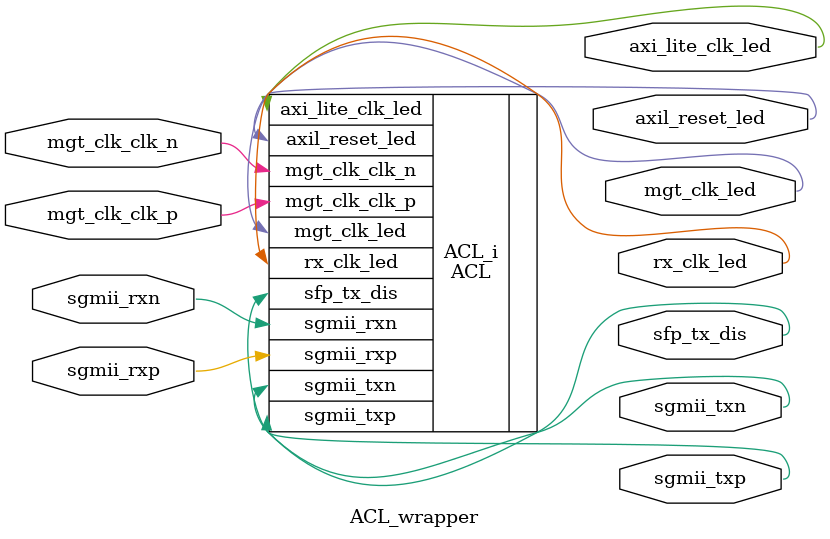
<source format=v>
`timescale 1 ps / 1 ps

module ACL_wrapper
   (axi_lite_clk_led,
    axil_reset_led,
    mgt_clk_clk_n,
    mgt_clk_clk_p,
    mgt_clk_led,
    rx_clk_led,
    sfp_tx_dis,
    sgmii_rxn,
    sgmii_rxp,
    sgmii_txn,
    sgmii_txp);
  output [0:0]axi_lite_clk_led;
  output axil_reset_led;
  input mgt_clk_clk_n;
  input mgt_clk_clk_p;
  output [0:0]mgt_clk_led;
  output [0:0]rx_clk_led;
  output [0:0]sfp_tx_dis;
  input sgmii_rxn;
  input sgmii_rxp;
  output sgmii_txn;
  output sgmii_txp;

  wire [0:0]axi_lite_clk_led;
  wire axil_reset_led;
  wire mgt_clk_clk_n;
  wire mgt_clk_clk_p;
  wire [0:0]mgt_clk_led;
  wire [0:0]rx_clk_led;
  wire [0:0]sfp_tx_dis;
  wire sgmii_rxn;
  wire sgmii_rxp;
  wire sgmii_txn;
  wire sgmii_txp;

  ACL ACL_i
       (.axi_lite_clk_led(axi_lite_clk_led),
        .axil_reset_led(axil_reset_led),
        .mgt_clk_clk_n(mgt_clk_clk_n),
        .mgt_clk_clk_p(mgt_clk_clk_p),
        .mgt_clk_led(mgt_clk_led),
        .rx_clk_led(rx_clk_led),
        .sfp_tx_dis(sfp_tx_dis),
        .sgmii_rxn(sgmii_rxn),
        .sgmii_rxp(sgmii_rxp),
        .sgmii_txn(sgmii_txn),
        .sgmii_txp(sgmii_txp));
endmodule

</source>
